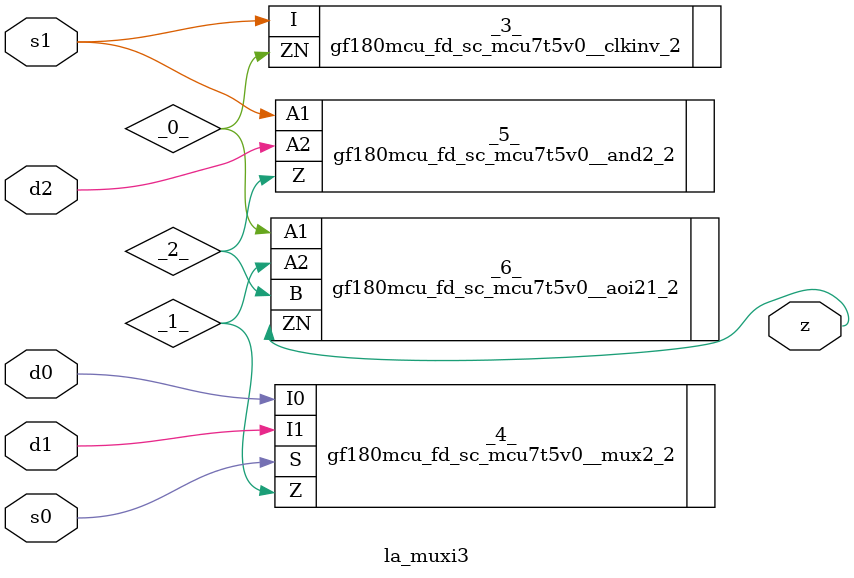
<source format=v>
/* Generated by Yosys 0.37 (git sha1 a5c7f69ed, clang 14.0.0-1ubuntu1.1 -fPIC -Os) */

module la_muxi3(d0, d1, d2, s0, s1, z);
  wire _0_;
  wire _1_;
  wire _2_;
  input d0;
  wire d0;
  input d1;
  wire d1;
  input d2;
  wire d2;
  input s0;
  wire s0;
  input s1;
  wire s1;
  output z;
  wire z;
  gf180mcu_fd_sc_mcu7t5v0__clkinv_2 _3_ (
    .I(s1),
    .ZN(_0_)
  );
  gf180mcu_fd_sc_mcu7t5v0__mux2_2 _4_ (
    .I0(d0),
    .I1(d1),
    .S(s0),
    .Z(_1_)
  );
  gf180mcu_fd_sc_mcu7t5v0__and2_2 _5_ (
    .A1(s1),
    .A2(d2),
    .Z(_2_)
  );
  gf180mcu_fd_sc_mcu7t5v0__aoi21_2 _6_ (
    .A1(_0_),
    .A2(_1_),
    .B(_2_),
    .ZN(z)
  );
endmodule

</source>
